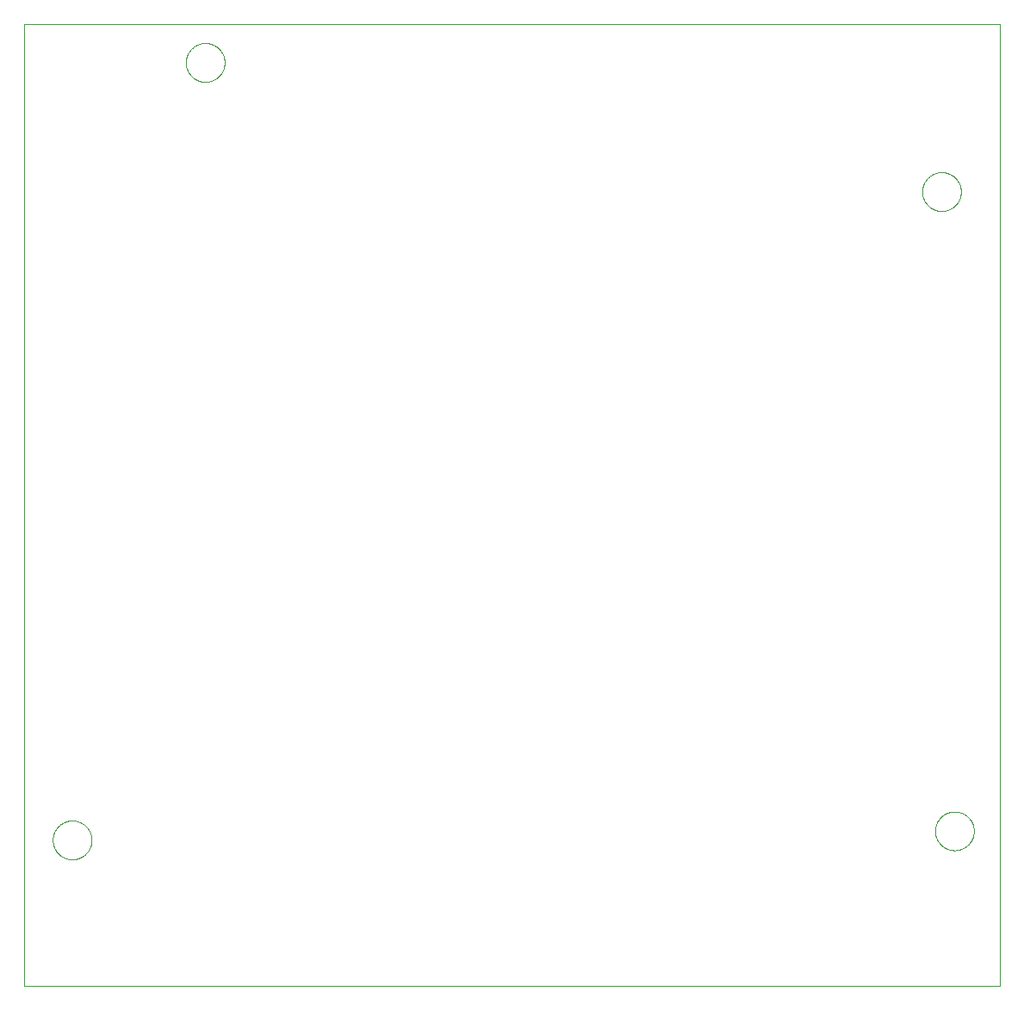
<source format=gko>
G75*
%MOIN*%
%OFA0B0*%
%FSLAX25Y25*%
%IPPOS*%
%LPD*%
%AMOC8*
5,1,8,0,0,1.08239X$1,22.5*
%
%ADD10C,0.00000*%
D10*
X0004300Y0051800D02*
X0004300Y0424300D01*
X0381800Y0424300D01*
X0381800Y0051800D01*
X0004300Y0051800D01*
X0015300Y0108300D02*
X0015302Y0108484D01*
X0015309Y0108668D01*
X0015320Y0108852D01*
X0015336Y0109035D01*
X0015356Y0109218D01*
X0015381Y0109400D01*
X0015410Y0109582D01*
X0015444Y0109763D01*
X0015482Y0109943D01*
X0015525Y0110122D01*
X0015572Y0110300D01*
X0015623Y0110477D01*
X0015679Y0110653D01*
X0015738Y0110827D01*
X0015803Y0110999D01*
X0015871Y0111170D01*
X0015943Y0111339D01*
X0016020Y0111507D01*
X0016101Y0111672D01*
X0016186Y0111835D01*
X0016274Y0111997D01*
X0016367Y0112156D01*
X0016464Y0112312D01*
X0016564Y0112467D01*
X0016668Y0112619D01*
X0016776Y0112768D01*
X0016887Y0112914D01*
X0017002Y0113058D01*
X0017121Y0113199D01*
X0017243Y0113337D01*
X0017368Y0113472D01*
X0017497Y0113603D01*
X0017628Y0113732D01*
X0017763Y0113857D01*
X0017901Y0113979D01*
X0018042Y0114098D01*
X0018186Y0114213D01*
X0018332Y0114324D01*
X0018481Y0114432D01*
X0018633Y0114536D01*
X0018788Y0114636D01*
X0018944Y0114733D01*
X0019103Y0114826D01*
X0019265Y0114914D01*
X0019428Y0114999D01*
X0019593Y0115080D01*
X0019761Y0115157D01*
X0019930Y0115229D01*
X0020101Y0115297D01*
X0020273Y0115362D01*
X0020447Y0115421D01*
X0020623Y0115477D01*
X0020800Y0115528D01*
X0020978Y0115575D01*
X0021157Y0115618D01*
X0021337Y0115656D01*
X0021518Y0115690D01*
X0021700Y0115719D01*
X0021882Y0115744D01*
X0022065Y0115764D01*
X0022248Y0115780D01*
X0022432Y0115791D01*
X0022616Y0115798D01*
X0022800Y0115800D01*
X0022984Y0115798D01*
X0023168Y0115791D01*
X0023352Y0115780D01*
X0023535Y0115764D01*
X0023718Y0115744D01*
X0023900Y0115719D01*
X0024082Y0115690D01*
X0024263Y0115656D01*
X0024443Y0115618D01*
X0024622Y0115575D01*
X0024800Y0115528D01*
X0024977Y0115477D01*
X0025153Y0115421D01*
X0025327Y0115362D01*
X0025499Y0115297D01*
X0025670Y0115229D01*
X0025839Y0115157D01*
X0026007Y0115080D01*
X0026172Y0114999D01*
X0026335Y0114914D01*
X0026497Y0114826D01*
X0026656Y0114733D01*
X0026812Y0114636D01*
X0026967Y0114536D01*
X0027119Y0114432D01*
X0027268Y0114324D01*
X0027414Y0114213D01*
X0027558Y0114098D01*
X0027699Y0113979D01*
X0027837Y0113857D01*
X0027972Y0113732D01*
X0028103Y0113603D01*
X0028232Y0113472D01*
X0028357Y0113337D01*
X0028479Y0113199D01*
X0028598Y0113058D01*
X0028713Y0112914D01*
X0028824Y0112768D01*
X0028932Y0112619D01*
X0029036Y0112467D01*
X0029136Y0112312D01*
X0029233Y0112156D01*
X0029326Y0111997D01*
X0029414Y0111835D01*
X0029499Y0111672D01*
X0029580Y0111507D01*
X0029657Y0111339D01*
X0029729Y0111170D01*
X0029797Y0110999D01*
X0029862Y0110827D01*
X0029921Y0110653D01*
X0029977Y0110477D01*
X0030028Y0110300D01*
X0030075Y0110122D01*
X0030118Y0109943D01*
X0030156Y0109763D01*
X0030190Y0109582D01*
X0030219Y0109400D01*
X0030244Y0109218D01*
X0030264Y0109035D01*
X0030280Y0108852D01*
X0030291Y0108668D01*
X0030298Y0108484D01*
X0030300Y0108300D01*
X0030298Y0108116D01*
X0030291Y0107932D01*
X0030280Y0107748D01*
X0030264Y0107565D01*
X0030244Y0107382D01*
X0030219Y0107200D01*
X0030190Y0107018D01*
X0030156Y0106837D01*
X0030118Y0106657D01*
X0030075Y0106478D01*
X0030028Y0106300D01*
X0029977Y0106123D01*
X0029921Y0105947D01*
X0029862Y0105773D01*
X0029797Y0105601D01*
X0029729Y0105430D01*
X0029657Y0105261D01*
X0029580Y0105093D01*
X0029499Y0104928D01*
X0029414Y0104765D01*
X0029326Y0104603D01*
X0029233Y0104444D01*
X0029136Y0104288D01*
X0029036Y0104133D01*
X0028932Y0103981D01*
X0028824Y0103832D01*
X0028713Y0103686D01*
X0028598Y0103542D01*
X0028479Y0103401D01*
X0028357Y0103263D01*
X0028232Y0103128D01*
X0028103Y0102997D01*
X0027972Y0102868D01*
X0027837Y0102743D01*
X0027699Y0102621D01*
X0027558Y0102502D01*
X0027414Y0102387D01*
X0027268Y0102276D01*
X0027119Y0102168D01*
X0026967Y0102064D01*
X0026812Y0101964D01*
X0026656Y0101867D01*
X0026497Y0101774D01*
X0026335Y0101686D01*
X0026172Y0101601D01*
X0026007Y0101520D01*
X0025839Y0101443D01*
X0025670Y0101371D01*
X0025499Y0101303D01*
X0025327Y0101238D01*
X0025153Y0101179D01*
X0024977Y0101123D01*
X0024800Y0101072D01*
X0024622Y0101025D01*
X0024443Y0100982D01*
X0024263Y0100944D01*
X0024082Y0100910D01*
X0023900Y0100881D01*
X0023718Y0100856D01*
X0023535Y0100836D01*
X0023352Y0100820D01*
X0023168Y0100809D01*
X0022984Y0100802D01*
X0022800Y0100800D01*
X0022616Y0100802D01*
X0022432Y0100809D01*
X0022248Y0100820D01*
X0022065Y0100836D01*
X0021882Y0100856D01*
X0021700Y0100881D01*
X0021518Y0100910D01*
X0021337Y0100944D01*
X0021157Y0100982D01*
X0020978Y0101025D01*
X0020800Y0101072D01*
X0020623Y0101123D01*
X0020447Y0101179D01*
X0020273Y0101238D01*
X0020101Y0101303D01*
X0019930Y0101371D01*
X0019761Y0101443D01*
X0019593Y0101520D01*
X0019428Y0101601D01*
X0019265Y0101686D01*
X0019103Y0101774D01*
X0018944Y0101867D01*
X0018788Y0101964D01*
X0018633Y0102064D01*
X0018481Y0102168D01*
X0018332Y0102276D01*
X0018186Y0102387D01*
X0018042Y0102502D01*
X0017901Y0102621D01*
X0017763Y0102743D01*
X0017628Y0102868D01*
X0017497Y0102997D01*
X0017368Y0103128D01*
X0017243Y0103263D01*
X0017121Y0103401D01*
X0017002Y0103542D01*
X0016887Y0103686D01*
X0016776Y0103832D01*
X0016668Y0103981D01*
X0016564Y0104133D01*
X0016464Y0104288D01*
X0016367Y0104444D01*
X0016274Y0104603D01*
X0016186Y0104765D01*
X0016101Y0104928D01*
X0016020Y0105093D01*
X0015943Y0105261D01*
X0015871Y0105430D01*
X0015803Y0105601D01*
X0015738Y0105773D01*
X0015679Y0105947D01*
X0015623Y0106123D01*
X0015572Y0106300D01*
X0015525Y0106478D01*
X0015482Y0106657D01*
X0015444Y0106837D01*
X0015410Y0107018D01*
X0015381Y0107200D01*
X0015356Y0107382D01*
X0015336Y0107565D01*
X0015320Y0107748D01*
X0015309Y0107932D01*
X0015302Y0108116D01*
X0015300Y0108300D01*
X0356800Y0111800D02*
X0356802Y0111984D01*
X0356809Y0112168D01*
X0356820Y0112352D01*
X0356836Y0112535D01*
X0356856Y0112718D01*
X0356881Y0112900D01*
X0356910Y0113082D01*
X0356944Y0113263D01*
X0356982Y0113443D01*
X0357025Y0113622D01*
X0357072Y0113800D01*
X0357123Y0113977D01*
X0357179Y0114153D01*
X0357238Y0114327D01*
X0357303Y0114499D01*
X0357371Y0114670D01*
X0357443Y0114839D01*
X0357520Y0115007D01*
X0357601Y0115172D01*
X0357686Y0115335D01*
X0357774Y0115497D01*
X0357867Y0115656D01*
X0357964Y0115812D01*
X0358064Y0115967D01*
X0358168Y0116119D01*
X0358276Y0116268D01*
X0358387Y0116414D01*
X0358502Y0116558D01*
X0358621Y0116699D01*
X0358743Y0116837D01*
X0358868Y0116972D01*
X0358997Y0117103D01*
X0359128Y0117232D01*
X0359263Y0117357D01*
X0359401Y0117479D01*
X0359542Y0117598D01*
X0359686Y0117713D01*
X0359832Y0117824D01*
X0359981Y0117932D01*
X0360133Y0118036D01*
X0360288Y0118136D01*
X0360444Y0118233D01*
X0360603Y0118326D01*
X0360765Y0118414D01*
X0360928Y0118499D01*
X0361093Y0118580D01*
X0361261Y0118657D01*
X0361430Y0118729D01*
X0361601Y0118797D01*
X0361773Y0118862D01*
X0361947Y0118921D01*
X0362123Y0118977D01*
X0362300Y0119028D01*
X0362478Y0119075D01*
X0362657Y0119118D01*
X0362837Y0119156D01*
X0363018Y0119190D01*
X0363200Y0119219D01*
X0363382Y0119244D01*
X0363565Y0119264D01*
X0363748Y0119280D01*
X0363932Y0119291D01*
X0364116Y0119298D01*
X0364300Y0119300D01*
X0364484Y0119298D01*
X0364668Y0119291D01*
X0364852Y0119280D01*
X0365035Y0119264D01*
X0365218Y0119244D01*
X0365400Y0119219D01*
X0365582Y0119190D01*
X0365763Y0119156D01*
X0365943Y0119118D01*
X0366122Y0119075D01*
X0366300Y0119028D01*
X0366477Y0118977D01*
X0366653Y0118921D01*
X0366827Y0118862D01*
X0366999Y0118797D01*
X0367170Y0118729D01*
X0367339Y0118657D01*
X0367507Y0118580D01*
X0367672Y0118499D01*
X0367835Y0118414D01*
X0367997Y0118326D01*
X0368156Y0118233D01*
X0368312Y0118136D01*
X0368467Y0118036D01*
X0368619Y0117932D01*
X0368768Y0117824D01*
X0368914Y0117713D01*
X0369058Y0117598D01*
X0369199Y0117479D01*
X0369337Y0117357D01*
X0369472Y0117232D01*
X0369603Y0117103D01*
X0369732Y0116972D01*
X0369857Y0116837D01*
X0369979Y0116699D01*
X0370098Y0116558D01*
X0370213Y0116414D01*
X0370324Y0116268D01*
X0370432Y0116119D01*
X0370536Y0115967D01*
X0370636Y0115812D01*
X0370733Y0115656D01*
X0370826Y0115497D01*
X0370914Y0115335D01*
X0370999Y0115172D01*
X0371080Y0115007D01*
X0371157Y0114839D01*
X0371229Y0114670D01*
X0371297Y0114499D01*
X0371362Y0114327D01*
X0371421Y0114153D01*
X0371477Y0113977D01*
X0371528Y0113800D01*
X0371575Y0113622D01*
X0371618Y0113443D01*
X0371656Y0113263D01*
X0371690Y0113082D01*
X0371719Y0112900D01*
X0371744Y0112718D01*
X0371764Y0112535D01*
X0371780Y0112352D01*
X0371791Y0112168D01*
X0371798Y0111984D01*
X0371800Y0111800D01*
X0371798Y0111616D01*
X0371791Y0111432D01*
X0371780Y0111248D01*
X0371764Y0111065D01*
X0371744Y0110882D01*
X0371719Y0110700D01*
X0371690Y0110518D01*
X0371656Y0110337D01*
X0371618Y0110157D01*
X0371575Y0109978D01*
X0371528Y0109800D01*
X0371477Y0109623D01*
X0371421Y0109447D01*
X0371362Y0109273D01*
X0371297Y0109101D01*
X0371229Y0108930D01*
X0371157Y0108761D01*
X0371080Y0108593D01*
X0370999Y0108428D01*
X0370914Y0108265D01*
X0370826Y0108103D01*
X0370733Y0107944D01*
X0370636Y0107788D01*
X0370536Y0107633D01*
X0370432Y0107481D01*
X0370324Y0107332D01*
X0370213Y0107186D01*
X0370098Y0107042D01*
X0369979Y0106901D01*
X0369857Y0106763D01*
X0369732Y0106628D01*
X0369603Y0106497D01*
X0369472Y0106368D01*
X0369337Y0106243D01*
X0369199Y0106121D01*
X0369058Y0106002D01*
X0368914Y0105887D01*
X0368768Y0105776D01*
X0368619Y0105668D01*
X0368467Y0105564D01*
X0368312Y0105464D01*
X0368156Y0105367D01*
X0367997Y0105274D01*
X0367835Y0105186D01*
X0367672Y0105101D01*
X0367507Y0105020D01*
X0367339Y0104943D01*
X0367170Y0104871D01*
X0366999Y0104803D01*
X0366827Y0104738D01*
X0366653Y0104679D01*
X0366477Y0104623D01*
X0366300Y0104572D01*
X0366122Y0104525D01*
X0365943Y0104482D01*
X0365763Y0104444D01*
X0365582Y0104410D01*
X0365400Y0104381D01*
X0365218Y0104356D01*
X0365035Y0104336D01*
X0364852Y0104320D01*
X0364668Y0104309D01*
X0364484Y0104302D01*
X0364300Y0104300D01*
X0364116Y0104302D01*
X0363932Y0104309D01*
X0363748Y0104320D01*
X0363565Y0104336D01*
X0363382Y0104356D01*
X0363200Y0104381D01*
X0363018Y0104410D01*
X0362837Y0104444D01*
X0362657Y0104482D01*
X0362478Y0104525D01*
X0362300Y0104572D01*
X0362123Y0104623D01*
X0361947Y0104679D01*
X0361773Y0104738D01*
X0361601Y0104803D01*
X0361430Y0104871D01*
X0361261Y0104943D01*
X0361093Y0105020D01*
X0360928Y0105101D01*
X0360765Y0105186D01*
X0360603Y0105274D01*
X0360444Y0105367D01*
X0360288Y0105464D01*
X0360133Y0105564D01*
X0359981Y0105668D01*
X0359832Y0105776D01*
X0359686Y0105887D01*
X0359542Y0106002D01*
X0359401Y0106121D01*
X0359263Y0106243D01*
X0359128Y0106368D01*
X0358997Y0106497D01*
X0358868Y0106628D01*
X0358743Y0106763D01*
X0358621Y0106901D01*
X0358502Y0107042D01*
X0358387Y0107186D01*
X0358276Y0107332D01*
X0358168Y0107481D01*
X0358064Y0107633D01*
X0357964Y0107788D01*
X0357867Y0107944D01*
X0357774Y0108103D01*
X0357686Y0108265D01*
X0357601Y0108428D01*
X0357520Y0108593D01*
X0357443Y0108761D01*
X0357371Y0108930D01*
X0357303Y0109101D01*
X0357238Y0109273D01*
X0357179Y0109447D01*
X0357123Y0109623D01*
X0357072Y0109800D01*
X0357025Y0109978D01*
X0356982Y0110157D01*
X0356944Y0110337D01*
X0356910Y0110518D01*
X0356881Y0110700D01*
X0356856Y0110882D01*
X0356836Y0111065D01*
X0356820Y0111248D01*
X0356809Y0111432D01*
X0356802Y0111616D01*
X0356800Y0111800D01*
X0351800Y0359300D02*
X0351802Y0359484D01*
X0351809Y0359668D01*
X0351820Y0359852D01*
X0351836Y0360035D01*
X0351856Y0360218D01*
X0351881Y0360400D01*
X0351910Y0360582D01*
X0351944Y0360763D01*
X0351982Y0360943D01*
X0352025Y0361122D01*
X0352072Y0361300D01*
X0352123Y0361477D01*
X0352179Y0361653D01*
X0352238Y0361827D01*
X0352303Y0361999D01*
X0352371Y0362170D01*
X0352443Y0362339D01*
X0352520Y0362507D01*
X0352601Y0362672D01*
X0352686Y0362835D01*
X0352774Y0362997D01*
X0352867Y0363156D01*
X0352964Y0363312D01*
X0353064Y0363467D01*
X0353168Y0363619D01*
X0353276Y0363768D01*
X0353387Y0363914D01*
X0353502Y0364058D01*
X0353621Y0364199D01*
X0353743Y0364337D01*
X0353868Y0364472D01*
X0353997Y0364603D01*
X0354128Y0364732D01*
X0354263Y0364857D01*
X0354401Y0364979D01*
X0354542Y0365098D01*
X0354686Y0365213D01*
X0354832Y0365324D01*
X0354981Y0365432D01*
X0355133Y0365536D01*
X0355288Y0365636D01*
X0355444Y0365733D01*
X0355603Y0365826D01*
X0355765Y0365914D01*
X0355928Y0365999D01*
X0356093Y0366080D01*
X0356261Y0366157D01*
X0356430Y0366229D01*
X0356601Y0366297D01*
X0356773Y0366362D01*
X0356947Y0366421D01*
X0357123Y0366477D01*
X0357300Y0366528D01*
X0357478Y0366575D01*
X0357657Y0366618D01*
X0357837Y0366656D01*
X0358018Y0366690D01*
X0358200Y0366719D01*
X0358382Y0366744D01*
X0358565Y0366764D01*
X0358748Y0366780D01*
X0358932Y0366791D01*
X0359116Y0366798D01*
X0359300Y0366800D01*
X0359484Y0366798D01*
X0359668Y0366791D01*
X0359852Y0366780D01*
X0360035Y0366764D01*
X0360218Y0366744D01*
X0360400Y0366719D01*
X0360582Y0366690D01*
X0360763Y0366656D01*
X0360943Y0366618D01*
X0361122Y0366575D01*
X0361300Y0366528D01*
X0361477Y0366477D01*
X0361653Y0366421D01*
X0361827Y0366362D01*
X0361999Y0366297D01*
X0362170Y0366229D01*
X0362339Y0366157D01*
X0362507Y0366080D01*
X0362672Y0365999D01*
X0362835Y0365914D01*
X0362997Y0365826D01*
X0363156Y0365733D01*
X0363312Y0365636D01*
X0363467Y0365536D01*
X0363619Y0365432D01*
X0363768Y0365324D01*
X0363914Y0365213D01*
X0364058Y0365098D01*
X0364199Y0364979D01*
X0364337Y0364857D01*
X0364472Y0364732D01*
X0364603Y0364603D01*
X0364732Y0364472D01*
X0364857Y0364337D01*
X0364979Y0364199D01*
X0365098Y0364058D01*
X0365213Y0363914D01*
X0365324Y0363768D01*
X0365432Y0363619D01*
X0365536Y0363467D01*
X0365636Y0363312D01*
X0365733Y0363156D01*
X0365826Y0362997D01*
X0365914Y0362835D01*
X0365999Y0362672D01*
X0366080Y0362507D01*
X0366157Y0362339D01*
X0366229Y0362170D01*
X0366297Y0361999D01*
X0366362Y0361827D01*
X0366421Y0361653D01*
X0366477Y0361477D01*
X0366528Y0361300D01*
X0366575Y0361122D01*
X0366618Y0360943D01*
X0366656Y0360763D01*
X0366690Y0360582D01*
X0366719Y0360400D01*
X0366744Y0360218D01*
X0366764Y0360035D01*
X0366780Y0359852D01*
X0366791Y0359668D01*
X0366798Y0359484D01*
X0366800Y0359300D01*
X0366798Y0359116D01*
X0366791Y0358932D01*
X0366780Y0358748D01*
X0366764Y0358565D01*
X0366744Y0358382D01*
X0366719Y0358200D01*
X0366690Y0358018D01*
X0366656Y0357837D01*
X0366618Y0357657D01*
X0366575Y0357478D01*
X0366528Y0357300D01*
X0366477Y0357123D01*
X0366421Y0356947D01*
X0366362Y0356773D01*
X0366297Y0356601D01*
X0366229Y0356430D01*
X0366157Y0356261D01*
X0366080Y0356093D01*
X0365999Y0355928D01*
X0365914Y0355765D01*
X0365826Y0355603D01*
X0365733Y0355444D01*
X0365636Y0355288D01*
X0365536Y0355133D01*
X0365432Y0354981D01*
X0365324Y0354832D01*
X0365213Y0354686D01*
X0365098Y0354542D01*
X0364979Y0354401D01*
X0364857Y0354263D01*
X0364732Y0354128D01*
X0364603Y0353997D01*
X0364472Y0353868D01*
X0364337Y0353743D01*
X0364199Y0353621D01*
X0364058Y0353502D01*
X0363914Y0353387D01*
X0363768Y0353276D01*
X0363619Y0353168D01*
X0363467Y0353064D01*
X0363312Y0352964D01*
X0363156Y0352867D01*
X0362997Y0352774D01*
X0362835Y0352686D01*
X0362672Y0352601D01*
X0362507Y0352520D01*
X0362339Y0352443D01*
X0362170Y0352371D01*
X0361999Y0352303D01*
X0361827Y0352238D01*
X0361653Y0352179D01*
X0361477Y0352123D01*
X0361300Y0352072D01*
X0361122Y0352025D01*
X0360943Y0351982D01*
X0360763Y0351944D01*
X0360582Y0351910D01*
X0360400Y0351881D01*
X0360218Y0351856D01*
X0360035Y0351836D01*
X0359852Y0351820D01*
X0359668Y0351809D01*
X0359484Y0351802D01*
X0359300Y0351800D01*
X0359116Y0351802D01*
X0358932Y0351809D01*
X0358748Y0351820D01*
X0358565Y0351836D01*
X0358382Y0351856D01*
X0358200Y0351881D01*
X0358018Y0351910D01*
X0357837Y0351944D01*
X0357657Y0351982D01*
X0357478Y0352025D01*
X0357300Y0352072D01*
X0357123Y0352123D01*
X0356947Y0352179D01*
X0356773Y0352238D01*
X0356601Y0352303D01*
X0356430Y0352371D01*
X0356261Y0352443D01*
X0356093Y0352520D01*
X0355928Y0352601D01*
X0355765Y0352686D01*
X0355603Y0352774D01*
X0355444Y0352867D01*
X0355288Y0352964D01*
X0355133Y0353064D01*
X0354981Y0353168D01*
X0354832Y0353276D01*
X0354686Y0353387D01*
X0354542Y0353502D01*
X0354401Y0353621D01*
X0354263Y0353743D01*
X0354128Y0353868D01*
X0353997Y0353997D01*
X0353868Y0354128D01*
X0353743Y0354263D01*
X0353621Y0354401D01*
X0353502Y0354542D01*
X0353387Y0354686D01*
X0353276Y0354832D01*
X0353168Y0354981D01*
X0353064Y0355133D01*
X0352964Y0355288D01*
X0352867Y0355444D01*
X0352774Y0355603D01*
X0352686Y0355765D01*
X0352601Y0355928D01*
X0352520Y0356093D01*
X0352443Y0356261D01*
X0352371Y0356430D01*
X0352303Y0356601D01*
X0352238Y0356773D01*
X0352179Y0356947D01*
X0352123Y0357123D01*
X0352072Y0357300D01*
X0352025Y0357478D01*
X0351982Y0357657D01*
X0351944Y0357837D01*
X0351910Y0358018D01*
X0351881Y0358200D01*
X0351856Y0358382D01*
X0351836Y0358565D01*
X0351820Y0358748D01*
X0351809Y0358932D01*
X0351802Y0359116D01*
X0351800Y0359300D01*
X0066800Y0409300D02*
X0066802Y0409484D01*
X0066809Y0409668D01*
X0066820Y0409852D01*
X0066836Y0410035D01*
X0066856Y0410218D01*
X0066881Y0410400D01*
X0066910Y0410582D01*
X0066944Y0410763D01*
X0066982Y0410943D01*
X0067025Y0411122D01*
X0067072Y0411300D01*
X0067123Y0411477D01*
X0067179Y0411653D01*
X0067238Y0411827D01*
X0067303Y0411999D01*
X0067371Y0412170D01*
X0067443Y0412339D01*
X0067520Y0412507D01*
X0067601Y0412672D01*
X0067686Y0412835D01*
X0067774Y0412997D01*
X0067867Y0413156D01*
X0067964Y0413312D01*
X0068064Y0413467D01*
X0068168Y0413619D01*
X0068276Y0413768D01*
X0068387Y0413914D01*
X0068502Y0414058D01*
X0068621Y0414199D01*
X0068743Y0414337D01*
X0068868Y0414472D01*
X0068997Y0414603D01*
X0069128Y0414732D01*
X0069263Y0414857D01*
X0069401Y0414979D01*
X0069542Y0415098D01*
X0069686Y0415213D01*
X0069832Y0415324D01*
X0069981Y0415432D01*
X0070133Y0415536D01*
X0070288Y0415636D01*
X0070444Y0415733D01*
X0070603Y0415826D01*
X0070765Y0415914D01*
X0070928Y0415999D01*
X0071093Y0416080D01*
X0071261Y0416157D01*
X0071430Y0416229D01*
X0071601Y0416297D01*
X0071773Y0416362D01*
X0071947Y0416421D01*
X0072123Y0416477D01*
X0072300Y0416528D01*
X0072478Y0416575D01*
X0072657Y0416618D01*
X0072837Y0416656D01*
X0073018Y0416690D01*
X0073200Y0416719D01*
X0073382Y0416744D01*
X0073565Y0416764D01*
X0073748Y0416780D01*
X0073932Y0416791D01*
X0074116Y0416798D01*
X0074300Y0416800D01*
X0074484Y0416798D01*
X0074668Y0416791D01*
X0074852Y0416780D01*
X0075035Y0416764D01*
X0075218Y0416744D01*
X0075400Y0416719D01*
X0075582Y0416690D01*
X0075763Y0416656D01*
X0075943Y0416618D01*
X0076122Y0416575D01*
X0076300Y0416528D01*
X0076477Y0416477D01*
X0076653Y0416421D01*
X0076827Y0416362D01*
X0076999Y0416297D01*
X0077170Y0416229D01*
X0077339Y0416157D01*
X0077507Y0416080D01*
X0077672Y0415999D01*
X0077835Y0415914D01*
X0077997Y0415826D01*
X0078156Y0415733D01*
X0078312Y0415636D01*
X0078467Y0415536D01*
X0078619Y0415432D01*
X0078768Y0415324D01*
X0078914Y0415213D01*
X0079058Y0415098D01*
X0079199Y0414979D01*
X0079337Y0414857D01*
X0079472Y0414732D01*
X0079603Y0414603D01*
X0079732Y0414472D01*
X0079857Y0414337D01*
X0079979Y0414199D01*
X0080098Y0414058D01*
X0080213Y0413914D01*
X0080324Y0413768D01*
X0080432Y0413619D01*
X0080536Y0413467D01*
X0080636Y0413312D01*
X0080733Y0413156D01*
X0080826Y0412997D01*
X0080914Y0412835D01*
X0080999Y0412672D01*
X0081080Y0412507D01*
X0081157Y0412339D01*
X0081229Y0412170D01*
X0081297Y0411999D01*
X0081362Y0411827D01*
X0081421Y0411653D01*
X0081477Y0411477D01*
X0081528Y0411300D01*
X0081575Y0411122D01*
X0081618Y0410943D01*
X0081656Y0410763D01*
X0081690Y0410582D01*
X0081719Y0410400D01*
X0081744Y0410218D01*
X0081764Y0410035D01*
X0081780Y0409852D01*
X0081791Y0409668D01*
X0081798Y0409484D01*
X0081800Y0409300D01*
X0081798Y0409116D01*
X0081791Y0408932D01*
X0081780Y0408748D01*
X0081764Y0408565D01*
X0081744Y0408382D01*
X0081719Y0408200D01*
X0081690Y0408018D01*
X0081656Y0407837D01*
X0081618Y0407657D01*
X0081575Y0407478D01*
X0081528Y0407300D01*
X0081477Y0407123D01*
X0081421Y0406947D01*
X0081362Y0406773D01*
X0081297Y0406601D01*
X0081229Y0406430D01*
X0081157Y0406261D01*
X0081080Y0406093D01*
X0080999Y0405928D01*
X0080914Y0405765D01*
X0080826Y0405603D01*
X0080733Y0405444D01*
X0080636Y0405288D01*
X0080536Y0405133D01*
X0080432Y0404981D01*
X0080324Y0404832D01*
X0080213Y0404686D01*
X0080098Y0404542D01*
X0079979Y0404401D01*
X0079857Y0404263D01*
X0079732Y0404128D01*
X0079603Y0403997D01*
X0079472Y0403868D01*
X0079337Y0403743D01*
X0079199Y0403621D01*
X0079058Y0403502D01*
X0078914Y0403387D01*
X0078768Y0403276D01*
X0078619Y0403168D01*
X0078467Y0403064D01*
X0078312Y0402964D01*
X0078156Y0402867D01*
X0077997Y0402774D01*
X0077835Y0402686D01*
X0077672Y0402601D01*
X0077507Y0402520D01*
X0077339Y0402443D01*
X0077170Y0402371D01*
X0076999Y0402303D01*
X0076827Y0402238D01*
X0076653Y0402179D01*
X0076477Y0402123D01*
X0076300Y0402072D01*
X0076122Y0402025D01*
X0075943Y0401982D01*
X0075763Y0401944D01*
X0075582Y0401910D01*
X0075400Y0401881D01*
X0075218Y0401856D01*
X0075035Y0401836D01*
X0074852Y0401820D01*
X0074668Y0401809D01*
X0074484Y0401802D01*
X0074300Y0401800D01*
X0074116Y0401802D01*
X0073932Y0401809D01*
X0073748Y0401820D01*
X0073565Y0401836D01*
X0073382Y0401856D01*
X0073200Y0401881D01*
X0073018Y0401910D01*
X0072837Y0401944D01*
X0072657Y0401982D01*
X0072478Y0402025D01*
X0072300Y0402072D01*
X0072123Y0402123D01*
X0071947Y0402179D01*
X0071773Y0402238D01*
X0071601Y0402303D01*
X0071430Y0402371D01*
X0071261Y0402443D01*
X0071093Y0402520D01*
X0070928Y0402601D01*
X0070765Y0402686D01*
X0070603Y0402774D01*
X0070444Y0402867D01*
X0070288Y0402964D01*
X0070133Y0403064D01*
X0069981Y0403168D01*
X0069832Y0403276D01*
X0069686Y0403387D01*
X0069542Y0403502D01*
X0069401Y0403621D01*
X0069263Y0403743D01*
X0069128Y0403868D01*
X0068997Y0403997D01*
X0068868Y0404128D01*
X0068743Y0404263D01*
X0068621Y0404401D01*
X0068502Y0404542D01*
X0068387Y0404686D01*
X0068276Y0404832D01*
X0068168Y0404981D01*
X0068064Y0405133D01*
X0067964Y0405288D01*
X0067867Y0405444D01*
X0067774Y0405603D01*
X0067686Y0405765D01*
X0067601Y0405928D01*
X0067520Y0406093D01*
X0067443Y0406261D01*
X0067371Y0406430D01*
X0067303Y0406601D01*
X0067238Y0406773D01*
X0067179Y0406947D01*
X0067123Y0407123D01*
X0067072Y0407300D01*
X0067025Y0407478D01*
X0066982Y0407657D01*
X0066944Y0407837D01*
X0066910Y0408018D01*
X0066881Y0408200D01*
X0066856Y0408382D01*
X0066836Y0408565D01*
X0066820Y0408748D01*
X0066809Y0408932D01*
X0066802Y0409116D01*
X0066800Y0409300D01*
M02*

</source>
